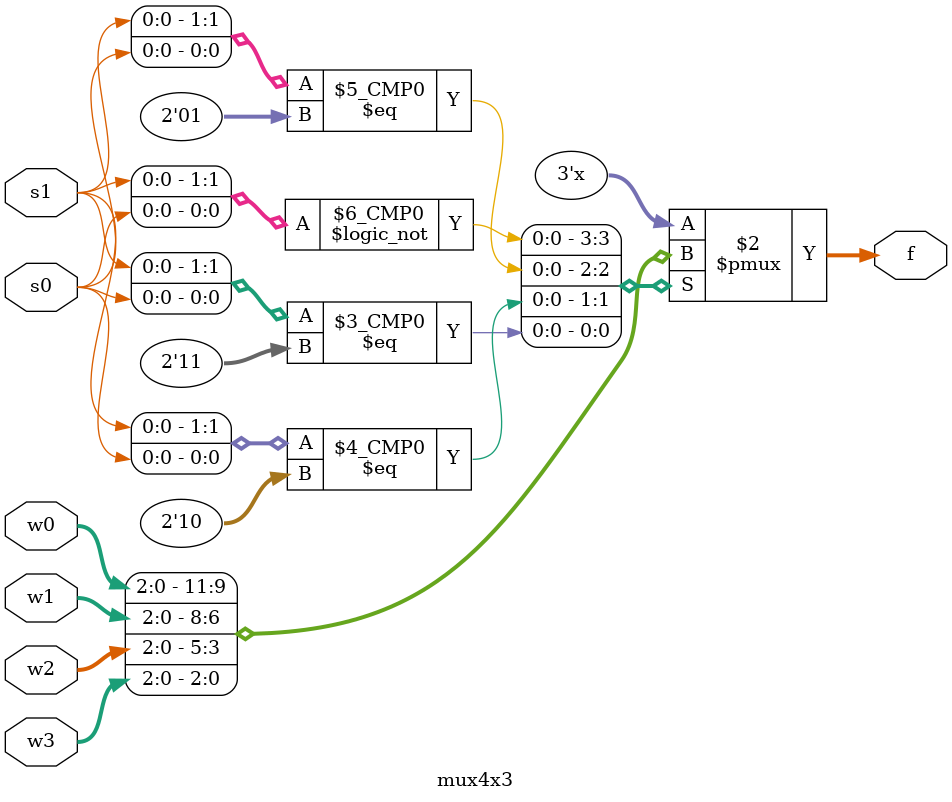
<source format=v>
`timescale 1ns / 1ps


module mux4x3(w0,w1,w2,w3,s0,s1,f);
    input [2:0] w0;
    input [2:0] w1;
    input [2:0] w2;
    input [2:0] w3;
    input s0,s1;
    output reg[2:0] f;
    always@(w0,w1,w2,w3,s0,s1)
    begin
        case({s1,s0})
        2'b00:f=w0;
        2'b01:f=w1;
        2'b10:f=w2;
        2'b11:f=w3;
        endcase
    end
endmodule

</source>
